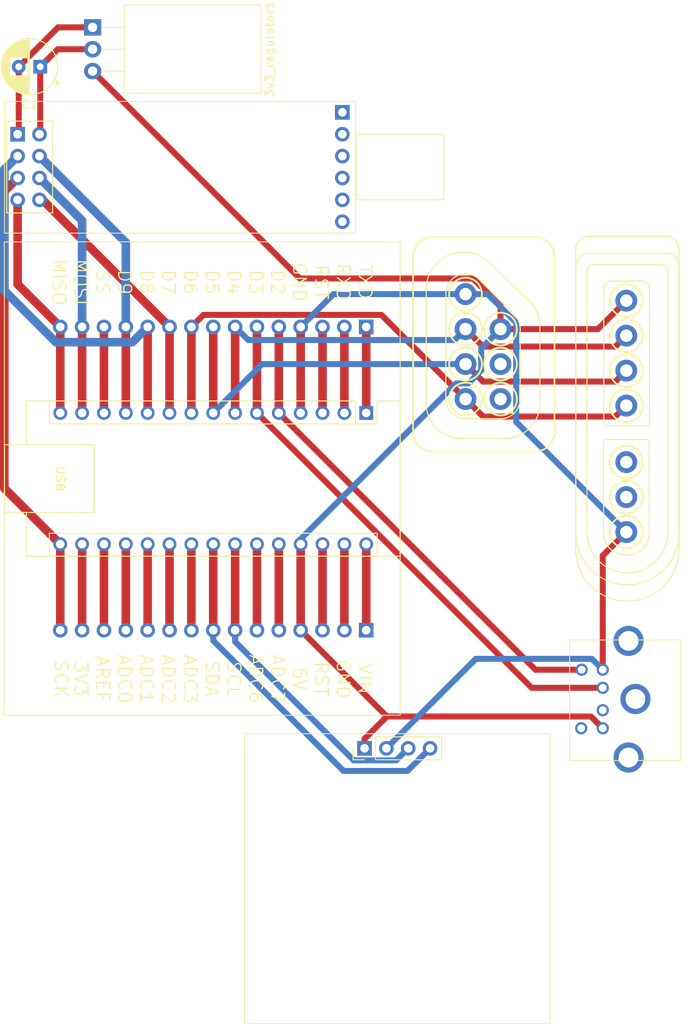
<source format=kicad_pcb>
(kicad_pcb (version 20240108) (generator "pcbnew") (generator_version "8.0")
  (layers (0 "F.Cu" signal) (31 "B.Cu" signal) (34 "B.Paste" user) (35 "F.Paste" user) (36 "B.SilkS" user "B.Silkscreen") (37 "F.SilkS" user "F.Silkscreen") (38 "B.Mask" user) (39 "F.Mask" user) (44 "Edge.Cuts" user))
  (net 0 "")
  (net 1 "Net-(A1-D5)")
  (net 2 "unconnected-(A1-GND-Pad29)")
  (net 3 "unconnected-(A1-D1{slash}TX-Pad1)")
  (net 4 "Net-(Nes1-GND)")
  (net 5 "unconnected-(A1-VIN-Pad30)")
  (net 6 "unconnected-(A1-3V3-Pad17)")
  (net 7 "unconnected-(A1-A7-Pad26)")
  (net 8 "unconnected-(A1-AREF-Pad18)")
  (net 9 "unconnected-(A1-A3-Pad22)")
  (net 10 "unconnected-(A1-~{RESET}-Pad28)")
  (net 11 "unconnected-(A1-A1-Pad20)")
  (net 12 "unconnected-(A1-D0{slash}RX-Pad2)")
  (net 13 "unconnected-(A1-D10-Pad13)")
  (net 14 "unconnected-(A1-~{RESET}-Pad3)")
  (net 15 "Net-(3v3_regulator1-GND)")
  (net 16 "Net-(A1-D4)")
  (net 17 "unconnected-(A1-A2-Pad21)")
  (net 18 "unconnected-(A1-A6-Pad25)")
  (net 19 "Net-(A1-D6)")
  (net 20 "unconnected-(A1-A0-Pad19)")
  (net 21 "Net-(A1-D9)")
  (net 22 "Net-(A1-D7)")
  (net 23 "Net-(A1-A4)")
  (net 24 "Net-(A1-D8)")
  (net 25 "Net-(A1-D13)")
  (net 26 "Net-(A1-D12)")
  (net 27 "Net-(A1-D11)")
  (net 28 "Net-(A1-A5)")
  (net 29 "Net-(3v3_regulator1-VO)")
  (net 30 "Net-(3v3_regulator1-VI)")
  (net 31 "Net-(A1-D2)")
  (net 32 "Net-(A1-D3)")
  (footprint "Footprints_cez:1.3inch Oled screen" (layer "F.Cu") (at 167.994 98.36)
    (property "Reference" "Oled_screen1" (hide yes))
    (property "Value" "~")
    (pad "" np_thru_hole circle (at -16.002 8.128) (size 3.2 3.2) (drill 3.2) (layers "*.Cu" "*.Mask"))
    (pad "" np_thru_hole circle (at -16.002 38) (size 3.2 3.2) (drill 3.2) (layers "*.Cu" "*.Mask"))
    (pad "" np_thru_hole circle (at 15.748 8) (size 3.2 3.2) (drill 3.2) (layers "*.Cu" "*.Mask"))
    (pad "" np_thru_hole circle (at 15.748 38) (size 3.2 3.2) (drill 3.2) (layers "*.Cu" "*.Mask"))
    (pad "1" thru_hole rect (at -3.9 7.7 90) (size 1.7 1.7) (drill 1) (layers "*.Cu" "*.Mask") (net 30 "Net-(3v3_regulator1-VI)"))
    (pad "2" thru_hole oval (at -1.36 7.7 90) (size 1.7 1.7) (drill 1) (layers "*.Cu" "*.Mask") (net 4 "Net-(Nes1-GND)"))
    (pad "3" thru_hole oval (at 1.18 7.7 90) (size 1.7 1.7) (drill 1) (layers "*.Cu" "*.Mask") (net 28 "Net-(A1-A5)"))
    (pad "4" thru_hole oval (at 3.72 7.7 90) (size 1.7 1.7) (drill 1) (layers "*.Cu" "*.Mask") (net 23 "Net-(A1-A4)"))
  )
  (footprint "Capacitor_THT:CP_Radial_D6.3mm_P2.50mm" (layer "F.Cu") (at 126.405071 26.877072 180)
    (property "Reference" "C1" (at 1.25 -4.4 180) (layer "F.SilkS"))
    (property "Value" "C_Polarized" (hide yes))
    (pad "1" thru_hole rect (at 0 0 180) (size 1.6 1.6) (drill 0.8) (layers "*.Cu" "*.Mask") (net 29 "Net-(3v3_regulator1-VO)"))
    (pad "2" thru_hole circle (at 2.5 0 180) (size 1.6 1.6) (drill 0.8) (layers "*.Cu" "*.Mask") (net 15 "Net-(3v3_regulator1-GND)"))
  )
  (footprint "Package_TO_SOT_THT:TO-220-3_Horizontal_TabDown" (layer "F.Cu") (at 132.495071 22.305072 -90)
    (property "Reference" "3v3_regulator1" (at 2.54 -20.58 90) (layer "F.SilkS"))
    (property "Value" "LD1117V33" (hide yes))
    (pad "" np_thru_hole oval (at 2.54 -16.66 270) (size 3.5 3.5) (drill 3.5) (layers "*.Cu" "*.Mask"))
    (pad "1" thru_hole rect (at 0 0 270) (size 1.905 2) (drill 1.1) (layers "*.Cu" "*.Mask") (net 15 "Net-(3v3_regulator1-GND)"))
    (pad "2" thru_hole oval (at 2.54 0 270) (size 1.905 2) (drill 1.1) (layers "*.Cu" "*.Mask") (net 29 "Net-(3v3_regulator1-VO)"))
    (pad "3" thru_hole oval (at 5.08 0 270) (size 1.905 2) (drill 1.1) (layers "*.Cu" "*.Mask") (net 30 "Net-(3v3_regulator1-VI)"))
  )
  (footprint "Footprints_cez:Arduino nano breakout" (layer "F.Cu") (at 164.291071 67.102929 -90)
    (property "Reference" "A1" (hide yes))
    (property "Value" "Arduino_Nano_v3.x")
    (fp_text user "GND" (at 28.511571 3.556 -90) (layer "F.SilkS") (effects (font (size 1.5 1.5)) (justify left bottom)))
    (fp_text user "D5\n" (at -16.763857 18.796 -90) (layer "F.SilkS") (effects (font (size 1.5 1.5)) (justify left bottom)))
    (fp_text user "MISO" (at -18.013858 36.576 -90) (layer "F.SilkS") (effects (font (size 1.5 1.5)) (justify left bottom)))
    (fp_text user "RST" (at 28.761571 6.096 -90) (layer "F.SilkS") (effects (font (size 1.5 1.5)) (justify left bottom)))
    (fp_text user "D2" (at -16.763857 11.176 -90) (layer "F.SilkS") (effects (font (size 1.5 1.5)) (justify left bottom)))
    (fp_text user "USB" (at 7.62 35.56 -90) (layer "F.SilkS"))
    (fp_text user "ADC6" (at 27.940143 13.716 -90) (layer "F.SilkS") (effects (font (size 1.5 1.5)) (justify left bottom)))
    (fp_text user "D3" (at -16.763857 13.716 -90) (layer "F.SilkS") (effects (font (size 1.5 1.5)) (justify left bottom)))
    (fp_text user "ADC2" (at 27.940143 23.876 -90) (layer "F.SilkS") (effects (font (size 1.5 1.5)) (justify left bottom)))
    (fp_text user "MOSI" (at -18.013858 34.036 -90) (layer "F.SilkS") (effects (font (size 1.5 1.5)) (justify left bottom)))
    (fp_text user "3V3" (at 28.725857 34.036 -90) (layer "F.SilkS") (effects (font (size 1.5 1.5)) (justify left bottom)))
    (fp_text user "VIN" (at 29.011571 1.016 -90) (layer "F.SilkS") (effects (font (size 1.5 1.5)) (justify left bottom)))
    (fp_text user "D7\n" (at -16.763857 23.876 -90) (layer "F.SilkS") (effects (font (size 1.5 1.5)) (justify left bottom)))
    (fp_text user "D4" (at -16.763857 16.256 -90) (layer "F.SilkS") (effects (font (size 1.5 1.5)) (justify left bottom)))
    (fp_text user "ADC3" (at 27.940143 21.336 -90) (layer "F.SilkS") (effects (font (size 1.5 1.5)) (justify left bottom)))
    (fp_text user "D9\n" (at -16.763857 28.956 -90) (layer "F.SilkS") (effects (font (size 1.5 1.5)) (justify left bottom)))
    (fp_text user "ADC7" (at 27.940143 11.176 -90) (layer "F.SilkS") (effects (font (size 1.5 1.5)) (justify left bottom)))
    (fp_text user "RST" (at -17.335286 6.096 -90) (layer "F.SilkS") (effects (font (size 1.5 1.5)) (justify left bottom)))
    (fp_text user "AREF" (at 28.083 31.496 -90) (layer "F.SilkS") (effects (font (size 1.5 1.5)) (justify left bottom)))
    (fp_text user "RXD" (at -17.513857 3.556 -90) (layer "F.SilkS") (effects (font (size 1.5 1.5)) (justify left bottom)))
    (fp_text user "5V" (at 29.440143 8.636 -90) (layer "F.SilkS") (effects (font (size 1.5 1.5)) (justify left bottom)))
    (fp_text user "SCK" (at 28.583 36.322 -90) (layer "F.SilkS") (effects (font (size 1.5 1.5)) (justify left bottom)))
    (fp_text user "SS" (at -16.728143 31.496 -90) (layer "F.SilkS") (effects (font (size 1.5 1.5)) (justify left bottom)))
    (fp_text user "SDA" (at 28.690143 18.796 -90) (layer "F.SilkS") (effects (font (size 1.5 1.5)) (justify left bottom)))
    (fp_text user "SCL" (at 28.725857 16.256 -90) (layer "F.SilkS") (effects (font (size 1.5 1.5)) (justify left bottom)))
    (fp_text user "TXD" (at -17.335286 1.016 -90) (layer "F.SilkS") (effects (font (size 1.5 1.5)) (justify left bottom)))
    (fp_text user "D8\n" (at -16.763857 26.416 -90) (layer "F.SilkS") (effects (font (size 1.5 1.5)) (justify left bottom)))
    (fp_text user "ADC1\n" (at 27.940143 26.416 -90) (layer "F.SilkS") (effects (font (size 1.5 1.5)) (justify left bottom)))
    (fp_text user "ADC0" (at 27.940143 28.956 -90) (layer "F.SilkS") (effects (font (size 1.5 1.5)) (justify left bottom)))
    (fp_text user "GND" (at -17.585286 8.636 -90) (layer "F.SilkS") (effects (font (size 1.5 1.5)) (justify left bottom)))
    (fp_text user "D6\n" (at -16.763857 21.336 -90) (layer "F.SilkS") (effects (font (size 1.5 1.5)) (justify left bottom)))
    (pad "1" thru_hole rect (at -9.999857 0 270) (size 1.7 1.7) (drill 1) (layers "*.Cu" "*.Mask") (net 3 "unconnected-(A1-D1{slash}TX-Pad1)"))
    (pad "1" thru_hole rect (at 0 0 270) (size 1.6 1.6) (drill 1) (layers "*.Cu" "*.Mask") (net 3 "unconnected-(A1-D1{slash}TX-Pad1)"))
    (pad "2" thru_hole oval (at -9.999857 2.54 270) (size 1.7 1.7) (drill 1) (layers "*.Cu" "*.Mask") (net 12 "unconnected-(A1-D0{slash}RX-Pad2)"))
    (pad "2" thru_hole oval (at 0 2.54 270) (size 1.6 1.6) (drill 1) (layers "*.Cu" "*.Mask") (net 12 "unconnected-(A1-D0{slash}RX-Pad2)"))
    (pad "3" thru_hole oval (at -9.999857 5.08 270) (size 1.7 1.7) (drill 1) (layers "*.Cu" "*.Mask") (net 14 "unconnected-(A1-~{RESET}-Pad3)"))
    (pad "3" thru_hole oval (at 0 5.08 270) (size 1.6 1.6) (drill 1) (layers "*.Cu" "*.Mask") (net 14 "unconnected-(A1-~{RESET}-Pad3)"))
    (pad "4" thru_hole oval (at -9.999857 7.62 270) (size 1.7 1.7) (drill 1) (layers "*.Cu" "*.Mask") (net 4 "Net-(Nes1-GND)"))
    (pad "4" thru_hole oval (at 0 7.62 270) (size 1.6 1.6) (drill 1) (layers "*.Cu" "*.Mask") (net 4 "Net-(Nes1-GND)"))
    (pad "5" thru_hole oval (at -9.999857 10.16 270) (size 1.7 1.7) (drill 1) (layers "*.Cu" "*.Mask") (net 31 "Net-(A1-D2)"))
    (pad "5" thru_hole oval (at 0 10.16 270) (size 1.6 1.6) (drill 1) (layers "*.Cu" "*.Mask") (net 31 "Net-(A1-D2)"))
    (pad "6" thru_hole oval (at -9.999857 12.7 270) (size 1.7 1.7) (drill 1) (layers "*.Cu" "*.Mask") (net 32 "Net-(A1-D3)"))
    (pad "6" thru_hole oval (at 0 12.7 270) (size 1.6 1.6) (drill 1) (layers "*.Cu" "*.Mask") (net 32 "Net-(A1-D3)"))
    (pad "7" thru_hole oval (at -9.999857 15.24 270) (size 1.7 1.7) (drill 1) (layers "*.Cu" "*.Mask") (net 16 "Net-(A1-D4)"))
    (pad "7" thru_hole oval (at 0 15.24 270) (size 1.6 1.6) (drill 1) (layers "*.Cu" "*.Mask") (net 16 "Net-(A1-D4)"))
    (pad "8" thru_hole oval (at -9.999857 17.78 270) (size 1.7 1.7) (drill 1) (layers "*.Cu" "*.Mask") (net 1 "Net-(A1-D5)"))
    (pad "8" thru_hole oval (at 0 17.78 270) (size 1.6 1.6) (drill 1) (layers "*.Cu" "*.Mask") (net 1 "Net-(A1-D5)"))
    (pad "9" thru_hole oval (at -9.999857 20.32 270) (size 1.7 1.7) (drill 1) (layers "*.Cu" "*.Mask") (net 19 "Net-(A1-D6)"))
    (pad "9" thru_hole oval (at 0 20.32 270) (size 1.6 1.6) (drill 1) (layers "*.Cu" "*.Mask") (net 19 "Net-(A1-D6)"))
    (pad "10" thru_hole oval (at -9.999857 22.86 270) (size 1.7 1.7) (drill 1) (layers "*.Cu" "*.Mask") (net 22 "Net-(A1-D7)"))
    (pad "10" thru_hole oval (at 0 22.86 270) (size 1.6 1.6) (drill 1) (layers "*.Cu" "*.Mask") (net 22 "Net-(A1-D7)"))
    (pad "11" thru_hole oval (at -9.999857 25.4 270) (size 1.7 1.7) (drill 1) (layers "*.Cu" "*.Mask") (net 24 "Net-(A1-D8)"))
    (pad "11" thru_hole oval (at 0 25.4 270) (size 1.6 1.6) (drill 1) (layers "*.Cu" "*.Mask") (net 24 "Net-(A1-D8)"))
    (pad "12" thru_hole oval (at -9.999857 27.94 270) (size 1.7 1.7) (drill 1) (layers "*.Cu" "*.Mask") (net 21 "Net-(A1-D9)"))
    (pad "12" thru_hole oval (at 0 27.94 270) (size 1.6 1.6) (drill 1) (layers "*.Cu" "*.Mask") (net 21 "Net-(A1-D9)"))
    (pad "13" thru_hole oval (at -9.999857 30.48 270) (size 1.7 1.7) (drill 1) (layers "*.Cu" "*.Mask") (net 13 "unconnected-(A1-D10-Pad13)"))
    (pad "13" thru_hole oval (at 0 30.48 270) (size 1.6 1.6) (drill 1) (layers "*.Cu" "*.Mask") (net 13 "unconnected-(A1-D10-Pad13)"))
    (pad "14" thru_hole oval (at -9.999857 33.02 270) (size 1.7 1.7) (drill 1) (layers "*.Cu" "*.Mask") (net 27 "Net-(A1-D11)"))
    (pad "14" thru_hole oval (at 0 33.02 270) (size 1.6 1.6) (drill 1) (layers "*.Cu" "*.Mask") (net 27 "Net-(A1-D11)"))
    (pad "15" thru_hole oval (at -9.999857 35.56 270) (size 1.7 1.7) (drill 1) (layers "*.Cu" "*.Mask") (net 26 "Net-(A1-D12)"))
    (pad "15" thru_hole oval (at 0 35.56 270) (size 1.6 1.6) (drill 1) (layers "*.Cu" "*.Mask") (net 26 "Net-(A1-D12)"))
    (pad "16" thru_hole oval (at 15.24 35.56 270) (size 1.6 1.6) (drill 1) (layers "*.Cu" "*.Mask") (net 25 "Net-(A1-D13)"))
    (pad "16" thru_hole oval (at 25.240143 35.56 270) (size 1.7 1.7) (drill 1) (layers "*.Cu" "*.Mask") (net 25 "Net-(A1-D13)"))
    (pad "17" thru_hole oval (at 15.24 33.02 270) (size 1.6 1.6) (drill 1) (layers "*.Cu" "*.Mask") (net 6 "unconnected-(A1-3V3-Pad17)"))
    (pad "17" thru_hole oval (at 25.240143 33.02 270) (size 1.7 1.7) (drill 1) (layers "*.Cu" "*.Mask") (net 6 "unconnected-(A1-3V3-Pad17)"))
    (pad "18" thru_hole oval (at 15.24 30.48 270) (size 1.6 1.6) (drill 1) (layers "*.Cu" "*.Mask") (net 8 "unconnected-(A1-AREF-Pad18)"))
    (pad "18" thru_hole oval (at 25.240143 30.48 270) (size 1.7 1.7) (drill 1) (layers "*.Cu" "*.Mask") (net 8 "unconnected-(A1-AREF-Pad18)"))
    (pad "19" thru_hole oval (at 15.24 27.94 270) (size 1.6 1.6) (drill 1) (layers "*.Cu" "*.Mask") (net 20 "unconnected-(A1-A0-Pad19)"))
    (pad "19" thru_hole oval (at 25.240143 27.94 270) (size 1.7 1.7) (drill 1) (layers "*.Cu" "*.Mask") (net 20 "unconnected-(A1-A0-Pad19)"))
    (pad "20" thru_hole oval (at 15.24 25.4 270) (size 1.6 1.6) (drill 1) (layers "*.Cu" "*.Mask") (net 11 "unconnected-(A1-A1-Pad20)"))
    (pad "20" thru_hole oval (at 25.240143 25.4 270) (size 1.7 1.7) (drill 1) (layers "*.Cu" "*.Mask") (net 11 "unconnected-(A1-A1-Pad20)"))
    (pad "21" thru_hole oval (at 15.24 22.86 270) (size 1.6 1.6) (drill 1) (layers "*.Cu" "*.Mask") (net 17 "unconnected-(A1-A2-Pad21)"))
    (pad "21" thru_hole oval (at 25.240143 22.86 270) (size 1.7 1.7) (drill 1) (layers "*.Cu" "*.Mask") (net 17 "unconnected-(A1-A2-Pad21)"))
    (pad "22" thru_hole oval (at 15.24 20.32 270) (size 1.6 1.6) (drill 1) (layers "*.Cu" "*.Mask") (net 9 "unconnected-(A1-A3-Pad22)"))
    (pad "22" thru_hole oval (at 25.240143 20.32 270) (size 1.7 1.7) (drill 1) (layers "*.Cu" "*.Mask") (net 9 "unconnected-(A1-A3-Pad22)"))
    (pad "23" thru_hole oval (at 15.24 17.78 270) (size 1.6 1.6) (drill 1) (layers "*.Cu" "*.Mask") (net 23 "Net-(A1-A4)"))
    (pad "23" thru_hole oval (at 25.240143 17.78 270) (size 1.7 1.7) (drill 1) (layers "*.Cu" "*.Mask") (net 23 "Net-(A1-A4)"))
    (pad "24" thru_hole oval (at 15.24 15.24 270) (size 1.6 1.6) (drill 1) (layers "*.Cu" "*.Mask") (net 28 "Net-(A1-A5)"))
    (pad "24" thru_hole oval (at 25.240143 15.24 270) (size 1.7 1.7) (drill 1) (layers "*.Cu" "*.Mask") (net 28 "Net-(A1-A5)"))
    (pad "25" thru_hole oval (at 15.24 12.7 270) (size 1.6 1.6) (drill 1) (layers "*.Cu" "*.Mask") (net 18 "unconnected-(A1-A6-Pad25)"))
    (pad "25" thru_hole oval (at 25.240143 12.7 270) (size 1.7 1.7) (drill 1) (layers "*.Cu" "*.Mask") (net 18 "unconnected-(A1-A6-Pad25)"))
    (pad "26" thru_hole oval (at 15.24 10.16 270) (size 1.6 1.6) (drill 1) (layers "*.Cu" "*.Mask") (net 7 "unconnected-(A1-A7-Pad26)"))
    (pad "26" thru_hole oval (at 25.240143 10.16 270) (size 1.7 1.7) (drill 1) (layers "*.Cu" "*.Mask") (net 7 "unconnected-(A1-A7-Pad26)"))
    (pad "27" thru_hole oval (at 15.24 7.62 270) (size 1.6 1.6) (drill 1) (layers "*.Cu" "*.Mask") (net 30 "Net-(3v3_regulator1-VI)"))
    (pad "27" thru_hole oval (at 25.240143 7.62 270) (size 1.7 1.7) (drill 1) (layers "*.Cu" "*.Mask") (net 30 "Net-(3v3_regulator1-VI)"))
    (pad "28" thru_hole oval (at 15.24 5.08 270) (size 1.6 1.6) (drill 1) (layers "*.Cu" "*.Mask") (net 10 "unconnected-(A1-~{RESET}-Pad28)"))
    (pad "28" thru_hole oval (at 25.240143 5.08 270) (size 1.7 1.7) (drill 1) (layers "*.Cu" "*.Mask") (net 10 "unconnected-(A1-~{RESET}-Pad28)"))
    (pad "29" thru_hole oval (at 15.24 2.54 270) (size 1.6 1.6) (drill 1) (layers "*.Cu" "*.Mask") (net 2 "unconnected-(A1-GND-Pad29)"))
    (pad "29" thru_hole oval (at 25.240143 2.54 270) (size 1.7 1.7) (drill 1) (layers "*.Cu" "*.Mask") (net 2 "unconnected-(A1-GND-Pad29)"))
    (pad "30" thru_hole oval (at 15.24 0 270) (size 1.6 1.6) (drill 1) (layers "*.Cu" "*.Mask") (net 5 "unconnected-(A1-VIN-Pad30)"))
    (pad "30" thru_hole rect (at 25.240143 0 270) (size 1.7 1.7) (drill 1) (layers "*.Cu" "*.Mask") (net 5 "unconnected-(A1-VIN-Pad30)"))
  )
  (footprint "Footprints_cez:ps_2 connector" (layer "F.Cu") (at 181.58 100.33 90)
    (property "Reference" "ps/2_connector1" (hide yes))
    (property "Value" "~" (hide yes))
    (pad "1" thru_hole circle (at -3.4 7.7 270) (size 1.4224 1.4224) (drill 0.9) (layers "*.Cu" "*.Mask"))
    (pad "2" thru_hole circle (at -3.4 10.2 270) (size 1.4224 1.4224) (drill 0.9) (layers "*.Cu" "*.Mask") (net 30 "Net-(3v3_regulator1-VI)"))
    (pad "3" thru_hole circle (at -1.3 10.2 270) (size 1.4224 1.4224) (drill 0.9) (layers "*.Cu" "*.Mask"))
    (pad "4" thru_hole circle (at 1.3 10.2 270) (size 1.4224 1.4224) (drill 0.9) (layers "*.Cu" "*.Mask") (net 32 "Net-(A1-D3)"))
    (pad "5" thru_hole circle (at 3.4 10.2 270) (size 1.4224 1.4224) (drill 0.9) (layers "*.Cu" "*.Mask") (net 4 "Net-(Nes1-GND)"))
    (pad "6" thru_hole oval (at 3.4 7.75 270) (size 1.4224 1.4224) (drill 0.9) (layers "*.Cu" "*.Mask") (net 31 "Net-(A1-D2)"))
    (pad "SH1" thru_hole circle (at -6.8 13.2 270) (size 3.5 3.5) (drill 2.3) (layers "*.Cu" "*.Mask"))
    (pad "SH2" thru_hole circle (at 0 14 270) (size 3.5 3.5) (drill 2.3) (layers "*.Cu" "*.Mask"))
    (pad "SH3" thru_hole circle (at 6.75 13.2 270) (size 3.5 3.5) (drill 2.3) (layers "*.Cu" "*.Mask"))
  )
  (footprint "Footprints_cez:nRF24L01_big" (layer "F.Cu") (at 123.778071 34.721072)
    (property "Reference" "NRF24" (hide yes))
    (property "Value" "NRF24L01_Breakout" (hide yes))
    (pad "0" thru_hole rect (at 37.738 -2.54) (size 1.7 1.7) (drill 1) (layers "*.Cu" "*.Mask"))
    (pad "0" thru_hole oval (at 37.738 0) (size 1.7 1.7) (drill 1) (layers "*.Cu" "*.Mask"))
    (pad "0" thru_hole oval (at 37.738 2.54) (size 1.7 1.7) (drill 1) (layers "*.Cu" "*.Mask"))
    (pad "0" thru_hole oval (at 37.738 5.08) (size 1.7 1.7) (drill 1) (layers "*.Cu" "*.Mask"))
    (pad "0" thru_hole oval (at 37.738 7.62) (size 1.7 1.7) (drill 1) (layers "*.Cu" "*.Mask"))
    (pad "0" thru_hole oval (at 37.738 10.16) (size 1.7 1.7) (drill 1) (layers "*.Cu" "*.Mask"))
    (pad "1" thru_hole rect (at 0 0) (size 1.7 1.7) (drill 1) (layers "*.Cu" "*.Mask") (net 15 "Net-(3v3_regulator1-GND)"))
    (pad "2" thru_hole circle (at 2.54 0) (size 1.7 1.7) (drill 1) (layers "*.Cu" "*.Mask") (net 29 "Net-(3v3_regulator1-VO)"))
    (pad "3" thru_hole circle (at 0 2.54) (size 1.7 1.7) (drill 1) (layers "*.Cu" "*.Mask") (net 24 "Net-(A1-D8)"))
    (pad "4" thru_hole circle (at 2.54 2.54) (size 1.7 1.7) (drill 1) (layers "*.Cu" "*.Mask") (net 21 "Net-(A1-D9)"))
    (pad "5" thru_hole circle (at 0 5.08) (size 1.7 1.7) (drill 1) (layers "*.Cu" "*.Mask") (net 25 "Net-(A1-D13)"))
    (pad "6" thru_hole circle (at 2.54 5.08) (size 1.7 1.7) (drill 1) (layers "*.Cu" "*.Mask") (net 27 "Net-(A1-D11)"))
    (pad "7" thru_hole circle (at 0 7.62) (size 1.7 1.7) (drill 1) (layers "*.Cu" "*.Mask") (net 26 "Net-(A1-D12)"))
    (pad "8" thru_hole circle (at 2.54 7.62) (size 1.7 1.7) (drill 1) (layers "*.Cu" "*.Mask") (net 22 "Net-(A1-D7)"))
  )
  (footprint "Footprints_cez:snes_controller_v2" (layer "F.Cu") (at 201.453071 66.555072 -90)
    (property "Reference" "Snes1" (hide yes))
    (property "Value" "~" (hide yes))
    (pad "1" thru_hole circle (at -12.5 6.936 270) (size 2.54 2.54) (drill 1.4478) (layers "*.Cu" "*.Mask") (net 30 "Net-(3v3_regulator1-VI)"))
    (pad "2" thru_hole circle (at -8.436 6.936 270) (size 2.54 2.54) (drill 1.4478) (layers "*.Cu" "*.Mask") (net 16 "Net-(A1-D4)"))
    (pad "3" thru_hole circle (at -4.372 6.936 270) (size 2.54 2.54) (drill 1.4478) (layers "*.Cu" "*.Mask") (net 1 "Net-(A1-D5)"))
    (pad "4" thru_hole circle (at -0.308 6.936 270) (size 2.54 2.54) (drill 1.4478) (layers "*.Cu" "*.Mask") (net 19 "Net-(A1-D6)"))
    (pad "5" thru_hole circle (at 6.256 6.936 270) (size 2.54 2.54) (drill 1.4478) (layers "*.Cu" "*.Mask"))
    (pad "6" thru_hole circle (at 10.32 6.936 270) (size 2.54 2.54) (drill 1.4478) (layers "*.Cu" "*.Mask"))
    (pad "7" thru_hole circle (at 14.384 6.936 270) (size 2.54 2.54) (drill 1.4478) (layers "*.Cu" "*.Mask") (net 4 "Net-(Nes1-GND)"))
  )
  (footprint "Footprints_cez:nes_controller" (layer "F.Cu") (at 168.396321 59.985072 90)
    (property "Reference" "Nes1" (hide yes))
    (property "Value" "~" (hide yes))
    (pad "1" thru_hole circle (at 2.628 11.5 90) (size 2.54 2.54) (drill 1.4478) (layers "*.Cu" "*.Mask") (net 30 "Net-(3v3_regulator1-VI)"))
    (pad "2" thru_hole circle (at 2.628 7.436 90) (size 2.54 2.54) (drill 1.4478) (layers "*.Cu" "*.Mask") (net 16 "Net-(A1-D4)"))
    (pad "3" thru_hole circle (at -1.436 7.436 90) (size 2.54 2.54) (drill 1.4478) (layers "*.Cu" "*.Mask") (net 1 "Net-(A1-D5)"))
    (pad "4" thru_hole circle (at -5.5 7.436 90) (size 2.54 2.54) (drill 1.4478) (layers "*.Cu" "*.Mask") (net 19 "Net-(A1-D6)"))
    (pad "5" thru_hole circle (at -1.436 11.5 90) (size 2.54 2.54) (drill 1.4478) (layers "*.Cu" "*.Mask"))
    (pad "6" thru_hole circle (at -5.5 11.5 90) (size 2.54 2.54) (drill 1.4478) (layers "*.Cu" "*.Mask"))
    (pad "7" thru_hole circle (at 6.692 7.436 90) (size 2.54 2.54) (drill 1.4478) (layers "*.Cu" "*.Mask") (net 4 "Net-(Nes1-GND)"))
  )
  (segment (start 177.864321 63.453072) (end 175.832321 61.421072) (width 0.7) (layer "F.Cu") (net 1))
  (segment (start 194.517071 62.183072) (end 193.247071 63.453072) (width 0.7) (layer "F.Cu") (net 1))
  (segment (start 193.247071 63.453072) (end 177.864321 63.453072) (width 0.7) (layer "F.Cu") (net 1))
  (segment (start 146.511071 67.102929) (end 146.511071 57.103072) (width 1) (layer "F.Cu") (net 1))
  (segment (start 152.192928 61.421072) (end 146.511071 67.102929) (width 0.7) (layer "B.Cu") (net 1))
  (segment (start 175.832321 61.421072) (end 152.192928 61.421072) (width 0.7) (layer "B.Cu") (net 1))
  (segment (start 161.751071 92.343072) (end 161.751071 82.342929) (width 1) (layer "F.Cu") (net 2))
  (segment (start 164.291071 57.103072) (end 164.291071 67.102929) (width 1) (layer "F.Cu") (net 3))
  (segment (start 191.78 96.93) (end 191.78 83.676143) (width 0.7) (layer "F.Cu") (net 4))
  (segment (start 191.78 83.676143) (end 194.517071 80.939072) (width 0.7) (layer "F.Cu") (net 4))
  (segment (start 156.671071 67.102929) (end 156.671071 57.103072) (width 1) (layer "F.Cu") (net 4))
  (segment (start 181.716321 68.138322) (end 181.716321 56.603203) (width 0.7) (layer "B.Cu") (net 4))
  (segment (start 178.40619 53.293072) (end 175.832321 53.293072) (width 0.7) (layer "B.Cu") (net 4))
  (segment (start 175.832321 53.293072) (end 160.481071 53.293072) (width 0.7) (layer "B.Cu") (net 4))
  (segment (start 190.5188 95.6688) (end 191.78 96.93) (width 0.7) (layer "B.Cu") (net 4))
  (segment (start 177.0252 95.6688) (end 190.5188 95.6688) (width 0.7) (layer "B.Cu") (net 4))
  (segment (start 181.716321 56.603203) (end 178.40619 53.293072) (width 0.7) (layer "B.Cu") (net 4))
  (segment (start 160.481071 53.293072) (end 156.671071 57.103072) (width 0.7) (layer "B.Cu") (net 4))
  (segment (start 194.517071 80.939072) (end 181.716321 68.138322) (width 0.7) (layer "B.Cu") (net 4))
  (segment (start 166.634 106.06) (end 177.0252 95.6688) (width 0.7) (layer "B.Cu") (net 4))
  (segment (start 164.291071 82.342929) (end 164.291071 92.343072) (width 1) (layer "F.Cu") (net 5))
  (segment (start 131.271071 92.343072) (end 131.271071 82.342929) (width 1) (layer "F.Cu") (net 6))
  (segment (start 154.131071 82.342929) (end 154.131071 92.343072) (width 1) (layer "F.Cu") (net 7))
  (segment (start 133.811071 82.342929) (end 133.811071 92.343072) (width 1) (layer "F.Cu") (net 8))
  (segment (start 143.971071 82.342929) (end 143.971071 92.343072) (width 1) (layer "F.Cu") (net 9))
  (segment (start 159.211071 82.342929) (end 159.211071 92.343072) (width 1) (layer "F.Cu") (net 10))
  (segment (start 138.891071 82.342929) (end 138.891071 92.343072) (width 1) (layer "F.Cu") (net 11))
  (segment (start 161.751071 67.102929) (end 161.751071 57.103072) (width 1) (layer "F.Cu") (net 12))
  (segment (start 133.811071 57.103072) (end 133.811071 67.102929) (width 1) (layer "F.Cu") (net 13))
  (segment (start 159.211071 57.103072) (end 159.211071 67.102929) (width 1) (layer "F.Cu") (net 14))
  (segment (start 123.905071 34.594072) (end 123.778071 34.721072) (width 0.7) (layer "F.Cu") (net 15))
  (segment (start 132.495071 22.305072) (end 128.477071 22.305072) (width 0.7) (layer "F.Cu") (net 15))
  (segment (start 128.477071 22.305072) (end 123.905071 26.877072) (width 0.7) (layer "F.Cu") (net 15))
  (segment (start 123.905071 26.877072) (end 123.905071 34.594072) (width 0.7) (layer "F.Cu") (net 15))
  (segment (start 177.864321 59.389072) (end 175.832321 57.357072) (width 0.7) (layer "F.Cu") (net 16))
  (segment (start 193.247071 59.389072) (end 177.864321 59.389072) (width 0.7) (layer "F.Cu") (net 16))
  (segment (start 194.517071 58.119072) (end 193.247071 59.389072) (width 0.7) (layer "F.Cu") (net 16))
  (segment (start 149.051071 57.103072) (end 149.051071 67.102929) (width 1) (layer "F.Cu") (net 16))
  (segment (start 174.562321 58.627072) (end 150.575071 58.627072) (width 0.7) (layer "B.Cu") (net 16))
  (segment (start 150.575071 58.627072) (end 149.051071 57.103072) (width 0.7) (layer "B.Cu") (net 16))
  (segment (start 175.832321 57.357072) (end 174.562321 58.627072) (width 0.7) (layer "B.Cu") (net 16))
  (segment (start 141.431071 92.343072) (end 141.431071 82.342929) (width 1) (layer "F.Cu") (net 17))
  (segment (start 151.591071 92.343072) (end 151.591071 82.342929) (width 1) (layer "F.Cu") (net 18))
  (segment (start 175.832321 65.485072) (end 166.050321 55.703072) (width 0.7) (layer "F.Cu") (net 19))
  (segment (start 193.247071 67.517072) (end 177.864321 67.517072) (width 0.7) (layer "F.Cu") (net 19))
  (segment (start 143.971071 57.103072) (end 143.971071 67.102929) (width 1) (layer "F.Cu") (net 19))
  (segment (start 194.517071 66.247072) (end 193.247071 67.517072) (width 0.7) (layer "F.Cu") (net 19))
  (segment (start 166.050321 55.703072) (end 145.371071 55.703072) (width 0.7) (layer "F.Cu") (net 19))
  (segment (start 177.864321 67.517072) (end 175.832321 65.485072) (width 0.7) (layer "F.Cu") (net 19))
  (segment (start 145.371071 55.703072) (end 143.971071 57.103072) (width 0.7) (layer "F.Cu") (net 19))
  (segment (start 136.351071 92.343072) (end 136.351071 82.342929) (width 1) (layer "F.Cu") (net 20))
  (segment (start 136.351071 67.102929) (end 136.351071 57.103072) (width 1) (layer "F.Cu") (net 21))
  (segment (start 136.351071 47.294072) (end 136.351071 57.103072) (width 1) (layer "B.Cu") (net 21))
  (segment (start 126.318071 37.261072) (end 136.351071 47.294072) (width 1) (layer "B.Cu") (net 21))
  (segment (start 126.318071 42.341072) (end 126.669071 42.341072) (width 1) (layer "F.Cu") (net 22))
  (segment (start 126.669071 42.341072) (end 141.431071 57.103072) (width 1) (layer "F.Cu") (net 22))
  (segment (start 141.431071 67.102929) (end 141.431071 57.103072) (width 1) (layer "F.Cu") (net 22))
  (segment (start 146.511071 92.343072) (end 146.511071 82.342929) (width 1) (layer "F.Cu") (net 23))
  (segment (start 161.653918 108.688) (end 146.511071 93.545153) (width 0.7) (layer "B.Cu") (net 23))
  (segment (start 146.511071 93.545153) (end 146.511071 92.343072) (width 0.7) (layer "B.Cu") (net 23))
  (segment (start 171.714 106.06) (end 169.086 108.688) (width 0.7) (layer "B.Cu") (net 23))
  (segment (start 169.086 108.688) (end 161.653918 108.688) (width 0.7) (layer "B.Cu") (net 23))
  (segment (start 138.891071 57.103072) (end 138.891071 67.102929) (width 1) (layer "F.Cu") (net 24))
  (segment (start 122.228071 38.811072) (end 122.228071 52.886072) (width 1) (layer "B.Cu") (net 24))
  (segment (start 123.778071 37.261072) (end 122.228071 38.811072) (width 1) (layer "B.Cu") (net 24))
  (segment (start 137.113071 58.881072) (end 138.891071 57.103072) (width 1) (layer "B.Cu") (net 24))
  (segment (start 122.228071 52.886072) (end 128.223071 58.881072) (width 1) (layer "B.Cu") (net 24))
  (segment (start 128.223071 58.881072) (end 137.113071 58.881072) (width 1) (layer "B.Cu") (net 24))
  (segment (start 128.731071 82.342929) (end 128.731071 92.343072) (width 1) (layer "F.Cu") (net 25))
  (segment (start 122.228071 75.839929) (end 128.731071 82.342929) (width 1) (layer "F.Cu") (net 25))
  (segment (start 122.228071 41.351072) (end 122.228071 75.839929) (width 1) (layer "F.Cu") (net 25))
  (segment (start 123.778071 39.801072) (end 122.228071 41.351072) (width 1) (layer "F.Cu") (net 25))
  (segment (start 128.731071 57.103072) (end 128.731071 67.102929) (width 1) (layer "F.Cu") (net 26))
  (segment (start 123.778071 52.150072) (end 128.731071 57.103072) (width 1) (layer "F.Cu") (net 26))
  (segment (start 123.778071 42.341072) (end 123.778071 52.150072) (width 1) (layer "F.Cu") (net 26))
  (segment (start 131.271071 67.102929) (end 131.271071 57.103072) (width 1) (layer "F.Cu") (net 27))
  (segment (start 131.271071 44.754072) (end 131.271071 57.103072) (width 1) (layer "B.Cu") (net 27))
  (segment (start 126.318071 39.801072) (end 131.271071 44.754072) (width 1) (layer "B.Cu") (net 27))
  (segment (start 149.051071 82.342929) (end 149.051071 92.343072) (width 1) (layer "F.Cu") (net 28))
  (segment (start 149.051071 93.679071) (end 149.051071 92.343072) (width 0.7) (layer "B.Cu") (net 28))
  (segment (start 167.774 107.46) (end 162.832 107.46) (width 0.7) (layer "B.Cu") (net 28))
  (segment (start 169.174 106.06) (end 167.774 107.46) (width 0.7) (layer "B.Cu") (net 28))
  (segment (start 162.832 107.46) (end 149.051071 93.679071) (width 0.7) (layer "B.Cu") (net 28))
  (segment (start 126.405071 26.877072) (end 126.405071 34.634072) (width 0.7) (layer "F.Cu") (net 29))
  (segment (start 126.405071 34.634072) (end 126.318071 34.721072) (width 0.7) (layer "F.Cu") (net 29))
  (segment (start 128.437071 24.845072) (end 126.405071 26.877072) (width 0.7) (layer "F.Cu") (net 29))
  (segment (start 132.495071 24.845072) (end 128.437071 24.845072) (width 0.7) (layer "F.Cu") (net 29))
  (segment (start 164.094 104.957999) (end 166.689999 102.362) (width 0.7) (layer "F.Cu") (net 30))
  (segment (start 132.495071 27.385072) (end 156.583071 51.473072) (width 0.7) (layer "F.Cu") (net 30))
  (segment (start 191.78 103.73) (end 190.412 102.362) (width 0.7) (layer "F.Cu") (net 30))
  (segment (start 191.215071 57.357072) (end 179.896321 57.357072) (width 0.7) (layer "F.Cu") (net 30))
  (segment (start 176.695071 51.473072) (end 179.896321 54.674322) (width 0.7) (layer "F.Cu") (net 30))
  (segment (start 179.896321 54.674322) (end 179.896321 57.357072) (width 0.7) (layer "F.Cu") (net 30))
  (segment (start 156.671071 92.343072) (end 156.671071 82.342929) (width 1) (layer "F.Cu") (net 30))
  (segment (start 164.094 106.06) (end 164.094 104.957999) (width 0.7) (layer "F.Cu") (net 30))
  (segment (start 194.517071 54.055072) (end 191.215071 57.357072) (width 0.7) (layer "F.Cu") (net 30))
  (segment (start 166.689999 102.362) (end 156.671071 92.343072) (width 0.7) (layer "F.Cu") (net 30))
  (segment (start 190.412 102.362) (end 166.689999 102.362) (width 0.7) (layer "F.Cu") (net 30))
  (segment (start 156.583071 51.473072) (end 176.695071 51.473072) (width 0.7) (layer "F.Cu") (net 30))
  (segment (start 174.747071 63.665072) (end 156.671071 81.741072) (width 0.7) (layer "B.Cu") (net 30))
  (segment (start 179.896321 57.357072) (end 177.652321 59.601072) (width 0.7) (layer "B.Cu") (net 30))
  (segment (start 177.652321 59.601072) (end 177.652321 62.174941) (width 0.7) (layer "B.Cu") (net 30))
  (segment (start 176.16219 63.665072) (end 174.747071 63.665072) (width 0.7) (layer "B.Cu") (net 30))
  (segment (start 177.652321 62.174941) (end 176.16219 63.665072) (width 0.7) (layer "B.Cu") (net 30))
  (segment (start 156.671071 81.741072) (end 156.671071 82.342929) (width 0.7) (layer "B.Cu") (net 30))
  (segment (start 183.958142 96.93) (end 154.131071 67.102929) (width 0.7) (layer "F.Cu") (net 31))
  (segment (start 189.33 96.93) (end 183.958142 96.93) (width 0.7) (layer "F.Cu") (net 31))
  (segment (start 154.131071 57.103072) (end 154.131071 67.102929) (width 1) (layer "F.Cu") (net 31))
  (segment (start 151.591071 67.102929) (end 151.591071 57.103072) (width 1) (layer "F.Cu") (net 32))
  (segment (start 183.518142 99.03) (end 151.591071 67.102929) (width 0.7) (layer "F.Cu") (net 32))
  (segment (start 191.78 99.03) (end 183.518142 99.03) (width 0.7) (layer "F.Cu") (net 32))
)
</source>
